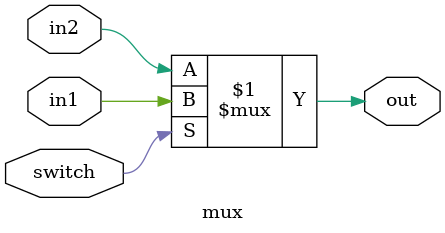
<source format=v>
module mux (
	input switch,
	input in1,
	input in2,
	output out
	);

assign out = (switch) ? in1 : in2;

endmodule
</source>
